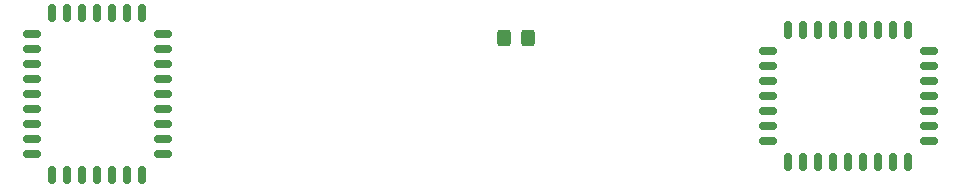
<source format=gbr>
%TF.GenerationSoftware,KiCad,Pcbnew,7.0.7*%
%TF.CreationDate,2023-09-07T16:09:01+01:00*%
%TF.ProjectId,FamiFlex,46616d69-466c-4657-982e-6b696361645f,rev?*%
%TF.SameCoordinates,Original*%
%TF.FileFunction,Paste,Top*%
%TF.FilePolarity,Positive*%
%FSLAX46Y46*%
G04 Gerber Fmt 4.6, Leading zero omitted, Abs format (unit mm)*
G04 Created by KiCad (PCBNEW 7.0.7) date 2023-09-07 16:09:01*
%MOMM*%
%LPD*%
G01*
G04 APERTURE LIST*
G04 Aperture macros list*
%AMRoundRect*
0 Rectangle with rounded corners*
0 $1 Rounding radius*
0 $2 $3 $4 $5 $6 $7 $8 $9 X,Y pos of 4 corners*
0 Add a 4 corners polygon primitive as box body*
4,1,4,$2,$3,$4,$5,$6,$7,$8,$9,$2,$3,0*
0 Add four circle primitives for the rounded corners*
1,1,$1+$1,$2,$3*
1,1,$1+$1,$4,$5*
1,1,$1+$1,$6,$7*
1,1,$1+$1,$8,$9*
0 Add four rect primitives between the rounded corners*
20,1,$1+$1,$2,$3,$4,$5,0*
20,1,$1+$1,$4,$5,$6,$7,0*
20,1,$1+$1,$6,$7,$8,$9,0*
20,1,$1+$1,$8,$9,$2,$3,0*%
G04 Aperture macros list end*
%ADD10RoundRect,0.250000X0.325000X0.450000X-0.325000X0.450000X-0.325000X-0.450000X0.325000X-0.450000X0*%
%ADD11RoundRect,0.150000X-0.150000X-0.587500X0.150000X-0.587500X0.150000X0.587500X-0.150000X0.587500X0*%
%ADD12RoundRect,0.150000X-0.587500X-0.150000X0.587500X-0.150000X0.587500X0.150000X-0.587500X0.150000X0*%
%ADD13RoundRect,0.150000X0.587500X-0.150000X0.587500X0.150000X-0.587500X0.150000X-0.587500X-0.150000X0*%
%ADD14RoundRect,0.150000X0.150000X-0.587500X0.150000X0.587500X-0.150000X0.587500X-0.150000X-0.587500X0*%
G04 APERTURE END LIST*
D10*
%TO.C,R1*%
X76025000Y-64100000D03*
X73975000Y-64100000D03*
%TD*%
D11*
%TO.C,U1*%
X39567500Y-61972500D03*
X38297500Y-61972500D03*
X37027500Y-61972500D03*
X35757500Y-61972500D03*
D12*
X34005000Y-63730000D03*
X34005000Y-65000000D03*
X34005000Y-66270000D03*
X34005000Y-67540000D03*
X34005000Y-68810000D03*
X34005000Y-70080000D03*
X34005000Y-71350000D03*
X34005000Y-72620000D03*
X34005000Y-73890000D03*
D11*
X35757500Y-75647500D03*
X37027500Y-75647500D03*
X38297500Y-75647500D03*
X39567500Y-75647500D03*
X40837500Y-75647500D03*
X42107500Y-75647500D03*
X43377500Y-75647500D03*
D12*
X45130000Y-73890000D03*
X45130000Y-72620000D03*
X45130000Y-71350000D03*
X45130000Y-70080000D03*
X45130000Y-68810000D03*
X45130000Y-67540000D03*
X45130000Y-66270000D03*
X45130000Y-65000000D03*
X45130000Y-63730000D03*
D11*
X43377500Y-61972500D03*
X42107500Y-61972500D03*
X40837500Y-61972500D03*
%TD*%
D13*
%TO.C,U2*%
X96322500Y-68967500D03*
X96322500Y-70237500D03*
X96322500Y-71507500D03*
X96322500Y-72777500D03*
D14*
X98080000Y-74530000D03*
X99350000Y-74530000D03*
X100620000Y-74530000D03*
X101890000Y-74530000D03*
X103160000Y-74530000D03*
X104430000Y-74530000D03*
X105700000Y-74530000D03*
X106970000Y-74530000D03*
X108240000Y-74530000D03*
D13*
X109997500Y-72777500D03*
X109997500Y-71507500D03*
X109997500Y-70237500D03*
X109997500Y-68967500D03*
X109997500Y-67697500D03*
X109997500Y-66427500D03*
X109997500Y-65157500D03*
D14*
X108240000Y-63405000D03*
X106970000Y-63405000D03*
X105700000Y-63405000D03*
X104430000Y-63405000D03*
X103160000Y-63405000D03*
X101890000Y-63405000D03*
X100620000Y-63405000D03*
X99350000Y-63405000D03*
X98080000Y-63405000D03*
D13*
X96322500Y-65157500D03*
X96322500Y-66427500D03*
X96322500Y-67697500D03*
%TD*%
M02*

</source>
